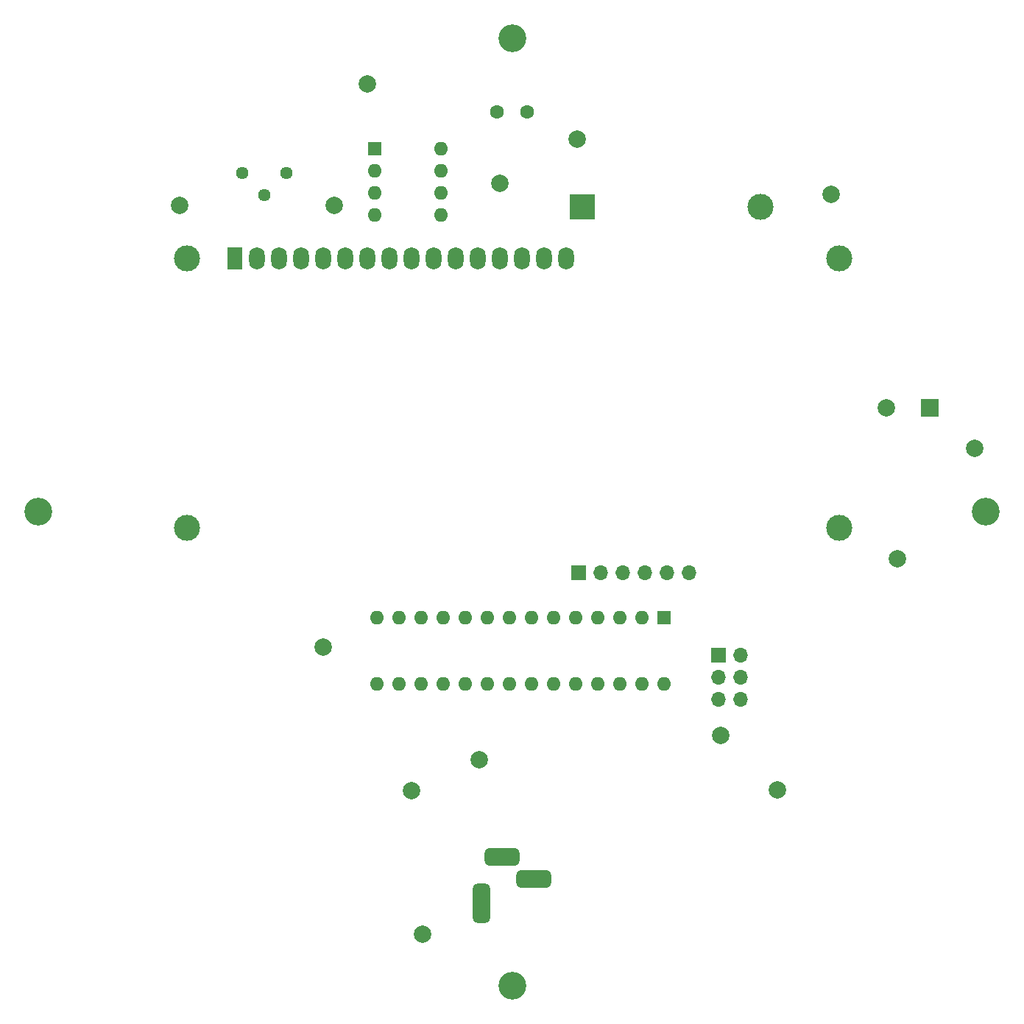
<source format=gbr>
%TF.GenerationSoftware,KiCad,Pcbnew,(6.0.5)*%
%TF.CreationDate,2022-07-21T09:59:54-05:00*%
%TF.ProjectId,First Round Clock,46697273-7420-4526-9f75-6e6420436c6f,rev?*%
%TF.SameCoordinates,PX3dc4fd0PYa381e90*%
%TF.FileFunction,Soldermask,Bot*%
%TF.FilePolarity,Negative*%
%FSLAX46Y46*%
G04 Gerber Fmt 4.6, Leading zero omitted, Abs format (unit mm)*
G04 Created by KiCad (PCBNEW (6.0.5)) date 2022-07-21 09:59:54*
%MOMM*%
%LPD*%
G01*
G04 APERTURE LIST*
G04 Aperture macros list*
%AMRoundRect*
0 Rectangle with rounded corners*
0 $1 Rounding radius*
0 $2 $3 $4 $5 $6 $7 $8 $9 X,Y pos of 4 corners*
0 Add a 4 corners polygon primitive as box body*
4,1,4,$2,$3,$4,$5,$6,$7,$8,$9,$2,$3,0*
0 Add four circle primitives for the rounded corners*
1,1,$1+$1,$2,$3*
1,1,$1+$1,$4,$5*
1,1,$1+$1,$6,$7*
1,1,$1+$1,$8,$9*
0 Add four rect primitives between the rounded corners*
20,1,$1+$1,$2,$3,$4,$5,0*
20,1,$1+$1,$4,$5,$6,$7,0*
20,1,$1+$1,$6,$7,$8,$9,0*
20,1,$1+$1,$8,$9,$2,$3,0*%
G04 Aperture macros list end*
%ADD10C,3.200000*%
%ADD11C,2.000000*%
%ADD12C,1.600000*%
%ADD13R,1.700000X1.700000*%
%ADD14O,1.700000X1.700000*%
%ADD15R,1.600000X1.600000*%
%ADD16O,1.600000X1.600000*%
%ADD17C,3.000000*%
%ADD18R,1.800000X2.600000*%
%ADD19O,1.800000X2.600000*%
%ADD20RoundRect,0.500000X-0.500000X1.750000X-0.500000X-1.750000X0.500000X-1.750000X0.500000X1.750000X0*%
%ADD21RoundRect,0.500000X-1.500000X-0.500000X1.500000X-0.500000X1.500000X0.500000X-1.500000X0.500000X0*%
%ADD22R,2.000000X2.000000*%
%ADD23R,3.000000X3.000000*%
%ADD24C,1.440000*%
G04 APERTURE END LIST*
D10*
%TO.C,H4*%
X30730000Y71450000D03*
%TD*%
D11*
%TO.C,TP14*%
X115697000Y39446200D03*
%TD*%
%TO.C,TP9*%
X129540000Y66040000D03*
%TD*%
%TO.C,TP11*%
X46990000Y106680000D03*
%TD*%
%TO.C,TP15*%
X64770000Y106680000D03*
%TD*%
D12*
%TO.C,R9*%
X86905000Y117450000D03*
X83505000Y117450000D03*
%TD*%
D11*
%TO.C,TP5*%
X83820000Y109220000D03*
%TD*%
%TO.C,TP1*%
X138430000Y78740000D03*
%TD*%
%TO.C,TP12*%
X81432400Y42951400D03*
%TD*%
%TO.C,TP8*%
X109220000Y45720000D03*
%TD*%
%TO.C,TP7*%
X73660000Y39370000D03*
%TD*%
D10*
%TO.C,H3*%
X139730000Y71450000D03*
%TD*%
D13*
%TO.C,J2*%
X92880000Y64450000D03*
D14*
X95420000Y64450000D03*
X97960000Y64450000D03*
X100500000Y64450000D03*
X103040000Y64450000D03*
X105580000Y64450000D03*
%TD*%
D10*
%TO.C,H2*%
X85230000Y16950000D03*
%TD*%
D15*
%TO.C,U3*%
X69430000Y113250000D03*
D16*
X69430000Y110710000D03*
X69430000Y108170000D03*
X69430000Y105630000D03*
X77050000Y105630000D03*
X77050000Y108170000D03*
X77050000Y110710000D03*
X77050000Y113250000D03*
%TD*%
D10*
%TO.C,H1*%
X85230000Y125950000D03*
%TD*%
D11*
%TO.C,TP16*%
X68580000Y120650000D03*
%TD*%
%TO.C,TP2*%
X63500000Y55880000D03*
%TD*%
%TO.C,TP10*%
X92710000Y114300000D03*
%TD*%
D13*
%TO.C,J3*%
X108955000Y54975000D03*
D14*
X111495000Y54975000D03*
X108955000Y52435000D03*
X111495000Y52435000D03*
X108955000Y49895000D03*
X111495000Y49895000D03*
%TD*%
D11*
%TO.C,TP6*%
X121920000Y107950000D03*
%TD*%
%TO.C,TP3*%
X74930000Y22860000D03*
%TD*%
D17*
%TO.C,DS1*%
X47870300Y100625300D03*
X122869400Y100625300D03*
X122868880Y69624600D03*
X47870300Y69624600D03*
D18*
X53369400Y100625300D03*
D19*
X55909400Y100625300D03*
X58449400Y100625300D03*
X60989400Y100625300D03*
X63529400Y100625300D03*
X66069400Y100625300D03*
X68609400Y100625300D03*
X71149400Y100625300D03*
X73689400Y100625300D03*
X76229400Y100625300D03*
X78769400Y100625300D03*
X81309400Y100625300D03*
X83849400Y100625300D03*
X86389400Y100625300D03*
X88929400Y100625300D03*
X91469400Y100625300D03*
%TD*%
D15*
%TO.C,U2*%
X102730000Y59250000D03*
D16*
X100190000Y59250000D03*
X97650000Y59250000D03*
X95110000Y59250000D03*
X92570000Y59250000D03*
X90030000Y59250000D03*
X87490000Y59250000D03*
X84950000Y59250000D03*
X82410000Y59250000D03*
X79870000Y59250000D03*
X77330000Y59250000D03*
X74790000Y59250000D03*
X72250000Y59250000D03*
X69710000Y59250000D03*
X69710000Y51630000D03*
X72250000Y51630000D03*
X74790000Y51630000D03*
X77330000Y51630000D03*
X79870000Y51630000D03*
X82410000Y51630000D03*
X84950000Y51630000D03*
X87490000Y51630000D03*
X90030000Y51630000D03*
X92570000Y51630000D03*
X95110000Y51630000D03*
X97650000Y51630000D03*
X100190000Y51630000D03*
X102730000Y51630000D03*
%TD*%
D20*
%TO.C,J1*%
X81730000Y26450000D03*
D21*
X84030000Y31750000D03*
X87730000Y29250000D03*
%TD*%
D22*
%TO.C,BZ1*%
X133230000Y83450000D03*
D11*
X128230000Y83450000D03*
%TD*%
D23*
%TO.C,BT1*%
X93288314Y106553000D03*
D17*
X113778314Y106553000D03*
%TD*%
D24*
%TO.C,RV1*%
X59230000Y110450000D03*
X56690000Y107910000D03*
X54150000Y110450000D03*
%TD*%
M02*

</source>
